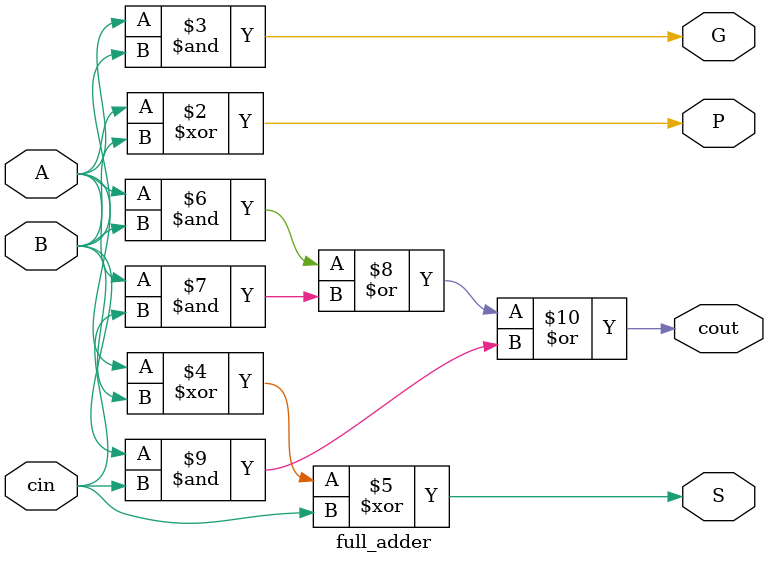
<source format=sv>
module full_adder (
	input	logic		   A, B,
	input	logic		   cin,
	output logic		S,
	output logic		cout,
	output logic		P, G
);
	
	always_comb
	begin
	
	P = A ^ B; // Propagrate
	G = A & B; // Generate
	S = A ^ B ^ cin; // Sum
	cout = (A & B) | (A & cin) | (B & cin); // Carry Out
	
	end
	
	
endmodule
</source>
